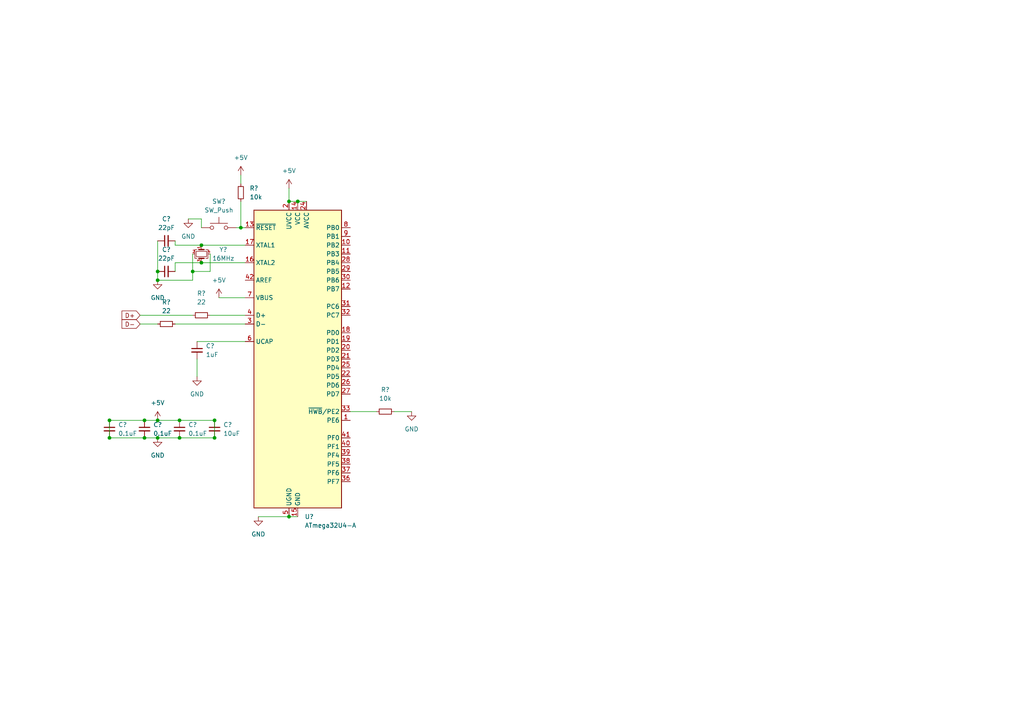
<source format=kicad_sch>
(kicad_sch (version 20211123) (generator eeschema)
  (paper "A4")
  (lib_symbols
    (symbol "Device:C_Small" (pin_numbers hide) (pin_names (offset 0.254) hide)
      (property "Reference" "C" (at 0.254 1.778 0))
      (property "Value" "C_Small" (at 0.254 -2.032 0))
      (symbol "C_Small_0_1"
        (polyline (pts (xy -1.524 -0.508) (xy 1.524 -0.508)) (stroke (width 0.3302)))
        (polyline (pts (xy -1.524 0.508) (xy 1.524 0.508)) (stroke (width 0.3048)))
      )
      (symbol "C_Small_1_1"
        (pin passive line (at 0 2.54 270) (length 2.032) (name "~") (number "1"))
        (pin passive line (at 0 -2.54 90) (length 2.032) (name "~") (number "2"))
      )
    )
    (symbol "Device:Crystal_GND24_Small" (pin_names (offset 1.016) hide)
      (property "Reference" "Y" (at 1.27 4.445 0))
      (property "Value" "Crystal_GND24_Small" (at 1.27 2.54 0))
      (symbol "Crystal_GND24_Small_0_1"
        (rectangle (start -0.762 -1.524) (end 0.762 1.524))
        (polyline (pts (xy -1.27 -0.762) (xy -1.27 0.762)) (stroke (width 0.381)))
        (polyline (pts (xy 1.27 -0.762) (xy 1.27 0.762)) (stroke (width 0.381)))
        (polyline (pts (xy -1.27 -1.27) (xy -1.27 -1.905) (xy 1.27 -1.905) (xy 1.27 -1.27)))
        (polyline (pts (xy -1.27 1.27) (xy -1.27 1.905) (xy 1.27 1.905) (xy 1.27 1.27)))
      )
      (symbol "Crystal_GND24_Small_1_1"
        (pin passive line (at -2.54 0 0) (length 1.27) (name "1") (number "1"))
        (pin passive line (at 0 -2.54 90) (length 0.635) (name "2") (number "2"))
        (pin passive line (at 2.54 0 180) (length 1.27) (name "3") (number "3"))
        (pin passive line (at 0 2.54 270) (length 0.635) (name "4") (number "4"))
      )
    )
    (symbol "Device:R_Small" (pin_numbers hide) (pin_names (offset 0.254) hide)
      (property "Reference" "R" (at 0.762 0.508 0))
      (property "Value" "R_Small" (at 0.762 -1.016 0))
      (symbol "R_Small_0_1"
        (rectangle (start -0.762 1.778) (end 0.762 -1.778) (stroke (width 0.2032)))
      )
      (symbol "R_Small_1_1"
        (pin passive line (at 0 2.54 270) (length 0.762) (name "~") (number "1"))
        (pin passive line (at 0 -2.54 90) (length 0.762) (name "~") (number "2"))
      )
    )
    (symbol "MCU_Microchip_ATmega:ATmega32U4-A"
      (property "Reference" "U" (at -12.7 44.45 0))
      (property "Value" "ATmega32U4-A" (at 2.54 -44.45 0))
      (symbol "ATmega32U4-A_0_1"
        (rectangle (start -12.7 -43.18) (end 12.7 43.18) (stroke (width 0.254)) (fill (type background)))
      )
      (symbol "ATmega32U4-A_1_1"
        (pin bidirectional line (at 15.24 -17.78 180) (length 2.54) (name "PE6") (number "1"))
        (pin bidirectional line (at 15.24 33.02 180) (length 2.54) (name "PB2") (number "10"))
        (pin bidirectional line (at 15.24 30.48 180) (length 2.54) (name "PB3") (number "11"))
        (pin bidirectional line (at 15.24 20.32 180) (length 2.54) (name "PB7") (number "12"))
        (pin input line (at -15.24 38.1 0) (length 2.54) (name "~{RESET}") (number "13"))
        (pin power_in line (at 0 45.72 270) (length 2.54) (name "VCC") (number "14"))
        (pin power_in line (at 0 -45.72 90) (length 2.54) (name "GND") (number "15"))
        (pin output line (at -15.24 27.94 0) (length 2.54) (name "XTAL2") (number "16"))
        (pin input line (at -15.24 33.02 0) (length 2.54) (name "XTAL1") (number "17"))
        (pin bidirectional line (at 15.24 7.62 180) (length 2.54) (name "PD0") (number "18"))
        (pin bidirectional line (at 15.24 5.08 180) (length 2.54) (name "PD1") (number "19"))
        (pin power_in line (at -2.54 45.72 270) (length 2.54) (name "UVCC") (number "2"))
        (pin bidirectional line (at 15.24 2.54 180) (length 2.54) (name "PD2") (number "20"))
        (pin bidirectional line (at 15.24 0 180) (length 2.54) (name "PD3") (number "21"))
        (pin bidirectional line (at 15.24 -5.08 180) (length 2.54) (name "PD5") (number "22"))
        (pin passive line (at 0 -45.72 90) (length 2.54) hide (name "GND") (number "23"))
        (pin power_in line (at 2.54 45.72 270) (length 2.54) (name "AVCC") (number "24"))
        (pin bidirectional line (at 15.24 -2.54 180) (length 2.54) (name "PD4") (number "25"))
        (pin bidirectional line (at 15.24 -7.62 180) (length 2.54) (name "PD6") (number "26"))
        (pin bidirectional line (at 15.24 -10.16 180) (length 2.54) (name "PD7") (number "27"))
        (pin bidirectional line (at 15.24 27.94 180) (length 2.54) (name "PB4") (number "28"))
        (pin bidirectional line (at 15.24 25.4 180) (length 2.54) (name "PB5") (number "29"))
        (pin bidirectional line (at -15.24 10.16 0) (length 2.54) (name "D-") (number "3"))
        (pin bidirectional line (at 15.24 22.86 180) (length 2.54) (name "PB6") (number "30"))
        (pin bidirectional line (at 15.24 15.24 180) (length 2.54) (name "PC6") (number "31"))
        (pin bidirectional line (at 15.24 12.7 180) (length 2.54) (name "PC7") (number "32"))
        (pin bidirectional line (at 15.24 -15.24 180) (length 2.54) (name "~{HWB}/PE2") (number "33"))
        (pin passive line (at 0 45.72 270) (length 2.54) hide (name "VCC") (number "34"))
        (pin passive line (at 0 -45.72 90) (length 2.54) hide (name "GND") (number "35"))
        (pin bidirectional line (at 15.24 -35.56 180) (length 2.54) (name "PF7") (number "36"))
        (pin bidirectional line (at 15.24 -33.02 180) (length 2.54) (name "PF6") (number "37"))
        (pin bidirectional line (at 15.24 -30.48 180) (length 2.54) (name "PF5") (number "38"))
        (pin bidirectional line (at 15.24 -27.94 180) (length 2.54) (name "PF4") (number "39"))
        (pin bidirectional line (at -15.24 12.7 0) (length 2.54) (name "D+") (number "4"))
        (pin bidirectional line (at 15.24 -25.4 180) (length 2.54) (name "PF1") (number "40"))
        (pin bidirectional line (at 15.24 -22.86 180) (length 2.54) (name "PF0") (number "41"))
        (pin passive line (at -15.24 22.86 0) (length 2.54) (name "AREF") (number "42"))
        (pin passive line (at 0 -45.72 90) (length 2.54) hide (name "GND") (number "43"))
        (pin passive line (at 2.54 45.72 270) (length 2.54) hide (name "AVCC") (number "44"))
        (pin passive line (at -2.54 -45.72 90) (length 2.54) (name "UGND") (number "5"))
        (pin passive line (at -15.24 5.08 0) (length 2.54) (name "UCAP") (number "6"))
        (pin input line (at -15.24 17.78 0) (length 2.54) (name "VBUS") (number "7"))
        (pin bidirectional line (at 15.24 38.1 180) (length 2.54) (name "PB0") (number "8"))
        (pin bidirectional line (at 15.24 35.56 180) (length 2.54) (name "PB1") (number "9"))
      )
    )
    (symbol "Switch:SW_Push" (pin_numbers hide) (pin_names (offset 1.016) hide)
      (property "Reference" "SW" (at 1.27 2.54 0))
      (property "Value" "SW_Push" (at 0 -1.524 0))
      (symbol "SW_Push_0_1"
        (circle (center -2.032 0) (radius 0.508))
        (polyline (pts (xy 0 1.27) (xy 0 3.048)))
        (polyline (pts (xy 2.54 1.27) (xy -2.54 1.27)))
        (circle (center 2.032 0) (radius 0.508))
        (pin passive line (at -5.08 0 0) (length 2.54) (name "1") (number "1"))
        (pin passive line (at 5.08 0 180) (length 2.54) (name "2") (number "2"))
      )
    )
    (symbol "power:+5V" (power) (pin_names (offset 0))
      (property "Value" "+5V" (at 0 3.556 0))
      (symbol "+5V_0_1"
        (polyline (pts (xy -0.762 1.27) (xy 0 2.54)))
        (polyline (pts (xy 0 0) (xy 0 2.54)))
        (polyline (pts (xy 0 2.54) (xy 0.762 1.27)))
      )
      (symbol "+5V_1_1"
        (pin power_in line (at 0 0 90) (length 0) hide (name "+5V") (number "1"))
      )
    )
    (symbol "power:GND" (power) (pin_names (offset 0))
      (property "Value" "GND" (at 0 -3.81 0))
      (symbol "GND_0_1"
        (polyline (pts (xy 0 0) (xy 0 -1.27) (xy 1.27 -1.27) (xy 0 -2.54) (xy -1.27 -1.27) (xy 0 -1.27)))
      )
      (symbol "GND_1_1"
        (pin power_in line (at 0 0 270) (length 0) hide (name "GND") (number "1"))
      )
    )
  )
  (junction (at 62.23 127))
  (junction (at 52.07 127))
  (junction (at 41.91 121.92))
  (junction (at 83.82 149.86))
  (junction (at 45.72 127))
  (junction (at 86.36 58.42))
  (junction (at 45.72 81.28))
  (junction (at 52.07 121.92))
  (junction (at 31.75 121.92))
  (junction (at 55.88 78.74))
  (junction (at 62.23 121.92))
  (junction (at 69.85 66.04))
  (junction (at 83.82 58.42))
  (junction (at 45.72 121.92))
  (junction (at 45.72 78.74))
  (junction (at 41.91 127))
  (junction (at 31.75 127))
  (junction (at 58.42 76.2))
  (junction (at 58.42 71.12))
  (wire (pts (xy 45.72 121.92) (xy 41.91 121.92)))
  (wire (pts (xy 74.93 149.86) (xy 83.82 149.86)))
  (wire (pts (xy 58.42 76.2) (xy 71.12 76.2)))
  (wire (pts (xy 41.91 121.92) (xy 31.75 121.92)))
  (wire (pts (xy 50.8 71.12) (xy 50.8 69.85)))
  (wire (pts (xy 45.72 121.92) (xy 52.07 121.92)))
  (wire (pts (xy 58.42 66.04) (xy 58.42 63.5)))
  (wire (pts (xy 57.15 104.14) (xy 57.15 109.22)))
  (wire (pts (xy 58.42 63.5) (xy 54.61 63.5)))
  (wire (pts (xy 60.96 78.74) (xy 55.88 78.74)))
  (wire (pts (xy 114.3 119.38) (xy 119.38 119.38)))
  (wire (pts (xy 50.8 76.2) (xy 50.8 78.74)))
  (wire (pts (xy 52.07 127) (xy 62.23 127)))
  (wire (pts (xy 40.64 93.98) (xy 45.72 93.98)))
  (wire (pts (xy 83.82 149.86) (xy 86.36 149.86)))
  (wire (pts (xy 55.88 73.66) (xy 55.88 78.74)))
  (wire (pts (xy 40.64 91.44) (xy 55.88 91.44)))
  (wire (pts (xy 69.85 50.8) (xy 69.85 53.34)))
  (wire (pts (xy 69.85 58.42) (xy 69.85 66.04)))
  (wire (pts (xy 68.58 66.04) (xy 69.85 66.04)))
  (wire (pts (xy 45.72 78.74) (xy 45.72 81.28)))
  (wire (pts (xy 101.6 119.38) (xy 109.22 119.38)))
  (wire (pts (xy 69.85 66.04) (xy 71.12 66.04)))
  (wire (pts (xy 41.91 127) (xy 45.72 127)))
  (wire (pts (xy 58.42 71.12) (xy 50.8 71.12)))
  (wire (pts (xy 55.88 78.74) (xy 55.88 81.28)))
  (wire (pts (xy 50.8 93.98) (xy 71.12 93.98)))
  (wire (pts (xy 71.12 99.06) (xy 57.15 99.06)))
  (wire (pts (xy 60.96 73.66) (xy 60.96 78.74)))
  (wire (pts (xy 88.9 58.42) (xy 86.36 58.42)))
  (wire (pts (xy 31.75 121.92) (xy 31.75 127)))
  (wire (pts (xy 86.36 58.42) (xy 83.82 58.42)))
  (wire (pts (xy 45.72 127) (xy 52.07 127)))
  (wire (pts (xy 31.75 127) (xy 41.91 127)))
  (wire (pts (xy 45.72 69.85) (xy 45.72 78.74)))
  (wire (pts (xy 58.42 76.2) (xy 50.8 76.2)))
  (wire (pts (xy 63.5 86.36) (xy 71.12 86.36)))
  (wire (pts (xy 83.82 58.42) (xy 83.82 54.61)))
  (wire (pts (xy 60.96 91.44) (xy 71.12 91.44)))
  (wire (pts (xy 52.07 121.92) (xy 62.23 121.92)))
  (wire (pts (xy 55.88 81.28) (xy 45.72 81.28)))
  (wire (pts (xy 62.23 127) (xy 62.23 121.92)))
  (wire (pts (xy 58.42 71.12) (xy 71.12 71.12)))
  (global_label "D+" (shape input) (at 40.64 91.44 180) (property "Intersheet References" "${INTERSHEET_REFS}" (effects hide)))
  (global_label "D-" (shape input) (at 40.64 93.98 180) (property "Intersheet References" "${INTERSHEET_REFS}" (effects hide)))
  (symbol (lib_id "power:GND") (at 45.72 81.28 0) (unit 1)
    (property "Reference" "#PWR?" (effects hide))
    (property "Value" "GND" (at 45.72 86.36 0))
  )
  (symbol (lib_id "power:GND") (at 57.15 109.22 0) (unit 1)
    (property "Reference" "#PWR?" (effects hide))
    (property "Value" "GND" (at 57.15 114.3 0))
  )
  (symbol (lib_id "Device:C_Small") (at 48.26 78.74 90) (unit 1)
    (property "Reference" "C?" (at 48.2663 72.39 90))
    (property "Value" "22pF" (at 48.2663 74.93 90))
  )
  (symbol (lib_id "Device:C_Small") (at 52.07 124.46 0) (unit 1)
    (property "Reference" "C?" (at 54.61 123.1962 0) (effects (justify left)))
    (property "Value" "0.1uF" (at 54.61 125.7362 0) (effects (justify left)))
  )
  (symbol (lib_id "Device:R_Small") (at 111.76 119.38 90) (unit 1)
    (property "Reference" "R?" (at 111.76 113.03 90))
    (property "Value" "10k" (at 111.76 115.57 90))
  )
  (symbol (lib_id "Device:C_Small") (at 62.23 124.46 0) (unit 1)
    (property "Reference" "C?" (at 64.77 123.1962 0) (effects (justify left)))
    (property "Value" "10uF" (at 64.77 125.7362 0) (effects (justify left)))
  )
  (symbol (lib_id "Device:C_Small") (at 57.15 101.6 0) (unit 1)
    (property "Reference" "C?" (at 59.69 100.3362 0) (effects (justify left)))
    (property "Value" "1uF" (at 59.69 102.8762 0) (effects (justify left)))
  )
  (symbol (lib_id "power:+5V") (at 69.85 50.8 0) (unit 1)
    (property "Reference" "#PWR?" (effects hide))
    (property "Value" "+5V" (at 69.85 45.72 0))
  )
  (symbol (lib_id "MCU_Microchip_ATmega:ATmega32U4-A") (at 86.36 104.14 0) (unit 1)
    (property "Reference" "U?" (at 88.3794 149.86 0) (effects (justify left)))
    (property "Value" "ATmega32U4-A" (at 88.3794 152.4 0) (effects (justify left)))
    (property "Footprint" "Package_QFP:TQFP-44_10x10mm_P0.8mm" (effects hide))
    (property "Datasheet" "http://ww1.microchip.com/downloads/en/DeviceDoc/Atmel-7766-8-bit-AVR-ATmega16U4-32U4_Datasheet.pdf" (effects hide))
  )
  (symbol (lib_id "power:+5V") (at 83.82 54.61 0) (unit 1)
    (property "Reference" "#PWR?" (effects hide))
    (property "Value" "+5V" (at 83.82 49.53 0))
  )
  (symbol (lib_id "Device:R_Small") (at 48.26 93.98 90) (unit 1)
    (property "Reference" "R?" (at 48.26 87.63 90))
    (property "Value" "22" (at 48.26 90.17 90))
  )
  (symbol (lib_id "power:GND") (at 74.93 149.86 0) (unit 1)
    (property "Reference" "#PWR?" (effects hide))
    (property "Value" "GND" (at 74.93 154.94 0))
  )
  (symbol (lib_id "Device:C_Small") (at 31.75 124.46 0) (unit 1)
    (property "Reference" "C?" (at 34.29 123.1962 0) (effects (justify left)))
    (property "Value" "0.1uF" (at 34.29 125.7362 0) (effects (justify left)))
  )
  (symbol (lib_id "power:GND") (at 45.72 127 0) (unit 1)
    (property "Reference" "#PWR?" (effects hide))
    (property "Value" "GND" (at 45.72 132.08 0))
  )
  (symbol (lib_id "power:GND") (at 54.61 63.5 0) (unit 1)
    (property "Reference" "#PWR?" (effects hide))
    (property "Value" "GND" (at 54.61 68.58 0))
  )
  (symbol (lib_id "Device:R_Small") (at 69.85 55.88 0) (unit 1)
    (property "Reference" "R?" (at 72.39 54.6099 0) (effects (justify left)))
    (property "Value" "10k" (at 72.39 57.1499 0) (effects (justify left)))
  )
  (symbol (lib_id "Device:Crystal_GND24_Small") (at 58.42 73.66 270) (unit 1)
    (property "Reference" "Y?" (at 64.77 72.39 90))
    (property "Value" "16MHz" (at 64.77 74.93 90))
  )
  (symbol (lib_id "Device:R_Small") (at 58.42 91.44 90) (unit 1)
    (property "Reference" "R?" (at 58.42 85.09 90))
    (property "Value" "22" (at 58.42 87.63 90))
  )
  (symbol (lib_id "power:+5V") (at 45.72 121.92 0) (unit 1)
    (property "Reference" "#PWR?" (effects hide))
    (property "Value" "+5V" (at 45.72 116.84 0))
  )
  (symbol (lib_id "Device:C_Small") (at 48.26 69.85 90) (unit 1)
    (property "Reference" "C?" (at 48.2663 63.5 90))
    (property "Value" "22pF" (at 48.2663 66.04 90))
  )
  (symbol (lib_id "power:+5V") (at 63.5 86.36 0) (unit 1)
    (property "Reference" "#PWR?" (effects hide))
    (property "Value" "+5V" (at 63.5 81.28 0))
  )
  (symbol (lib_id "Switch:SW_Push") (at 63.5 66.04 0) (unit 1)
    (property "Reference" "SW?" (at 63.5 58.42 0))
    (property "Value" "SW_Push" (at 63.5 60.96 0))
  )
  (symbol (lib_id "Device:C_Small") (at 41.91 124.46 0) (unit 1)
    (property "Reference" "C?" (at 44.45 123.1962 0) (effects (justify left)))
    (property "Value" "0.1uF" (at 44.45 125.7362 0) (effects (justify left)))
  )
  (symbol (lib_id "power:GND") (at 119.38 119.38 0) (unit 1)
    (property "Reference" "#PWR?" (effects hide))
    (property "Value" "GND" (at 119.38 124.46 0))
  )
)
</source>
